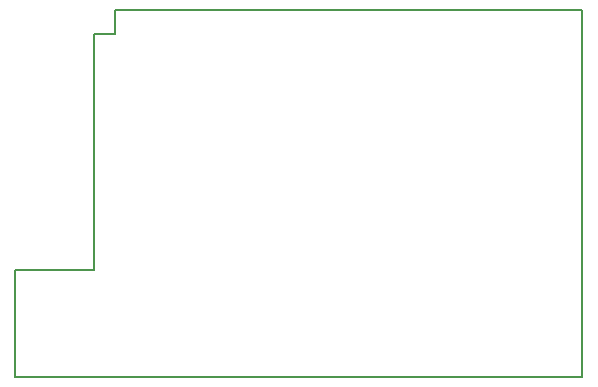
<source format=gm1>
%TF.GenerationSoftware,KiCad,Pcbnew,7.0.2-6a45011f42~172~ubuntu20.04.1*%
%TF.CreationDate,2023-05-12T18:09:34+10:00*%
%TF.ProjectId,pcb_redesign,7063625f-7265-4646-9573-69676e2e6b69,rev?*%
%TF.SameCoordinates,Original*%
%TF.FileFunction,Profile,NP*%
%FSLAX46Y46*%
G04 Gerber Fmt 4.6, Leading zero omitted, Abs format (unit mm)*
G04 Created by KiCad (PCBNEW 7.0.2-6a45011f42~172~ubuntu20.04.1) date 2023-05-12 18:09:34*
%MOMM*%
%LPD*%
G01*
G04 APERTURE LIST*
%TA.AperFunction,Profile*%
%ADD10C,0.200000*%
%TD*%
G04 APERTURE END LIST*
D10*
X114450000Y-58000000D02*
X114450000Y-56000000D01*
X112650000Y-58000000D02*
X114450000Y-58000000D01*
X114450000Y-56000000D02*
X154000000Y-56000000D01*
X154000000Y-56000000D02*
X154000000Y-87000000D01*
X106000000Y-87000000D02*
X154000000Y-87000000D01*
X112650000Y-58000000D02*
X112650000Y-58000000D01*
X112650000Y-78000000D02*
X112650000Y-58000000D01*
X106000000Y-78000000D02*
X112650000Y-78000000D01*
X106000000Y-87000000D02*
X106000000Y-78000000D01*
M02*

</source>
